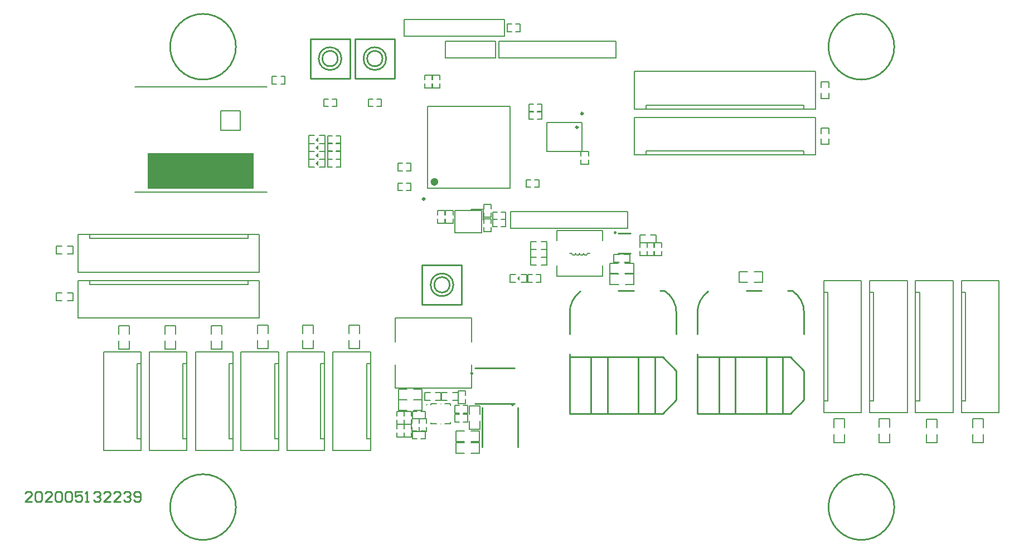
<source format=gto>
G04*
G04 #@! TF.GenerationSoftware,Altium Limited,Altium Designer,20.0.2 (26)*
G04*
G04 Layer_Color=65535*
%FSLAX25Y25*%
%MOIN*%
G70*
G01*
G75*
%ADD10C,0.01000*%
%ADD11C,0.00787*%
%ADD12C,0.02362*%
%ADD13C,0.01181*%
%ADD14C,0.00591*%
%ADD15C,0.00600*%
%ADD16C,0.00394*%
%ADD17R,0.63386X0.21654*%
D10*
X610236Y177165D02*
G03*
X610236Y177165I-19685J0D01*
G01*
Y452756D02*
G03*
X610236Y452756I-19685J0D01*
G01*
X216535D02*
G03*
X216535Y452756I-19685J0D01*
G01*
Y177165D02*
G03*
X216535Y177165I-19685J0D01*
G01*
X498912Y306170D02*
G03*
X492520Y293457I8963J-12470D01*
G01*
X556299D02*
G03*
X549189Y306656I-15354J243D01*
G01*
X382509Y238504D02*
G03*
X382509Y238504I-500J0D01*
G01*
X358059Y257206D02*
G03*
X358059Y257206I-500J0D01*
G01*
X344374Y310237D02*
G03*
X344374Y310237I-4610J0D01*
G01*
X346565D02*
G03*
X346565Y310237I-6801J0D01*
G01*
X443819Y341539D02*
G03*
X443819Y341539I-500J0D01*
G01*
X422534Y306170D02*
G03*
X416142Y293457I8963J-12470D01*
G01*
X479921D02*
G03*
X472811Y306656I-15354J243D01*
G01*
X279636Y445669D02*
G03*
X279636Y445669I-6801J0D01*
G01*
X277445D02*
G03*
X277445Y445669I-4610J0D01*
G01*
X304216D02*
G03*
X304216Y445669I-4610J0D01*
G01*
X306407D02*
G03*
X306407Y445669I-6801J0D01*
G01*
X492520Y266929D02*
X548032D01*
X556299Y258661D01*
Y241339D02*
Y258661D01*
X548031Y233071D02*
X556299Y241339D01*
X492520Y233071D02*
X548031D01*
X492520Y266929D02*
Y268898D01*
Y280709D02*
Y293668D01*
X546457Y306693D02*
X549189D01*
X556299Y280709D02*
Y293457D01*
X521654Y306693D02*
X530709D01*
X492520Y233071D02*
Y266929D01*
X543504Y233071D02*
Y266929D01*
X533661Y233071D02*
Y266929D01*
X515158Y233071D02*
Y266929D01*
X505315Y233071D02*
Y266929D01*
X385109Y213004D02*
Y236604D01*
X363809Y213004D02*
Y236604D01*
X359459Y260306D02*
X383059D01*
X359459Y239006D02*
X383059D01*
X351575Y298425D02*
Y322047D01*
X327953Y298425D02*
Y322047D01*
Y298425D02*
X351575D01*
X327953Y322047D02*
X351575D01*
X445276Y341142D02*
X452362D01*
X445276Y328937D02*
X452362D01*
X416142Y266929D02*
X471654D01*
X479921Y258661D01*
Y241339D02*
Y258661D01*
X471653Y233071D02*
X479921Y241339D01*
X416142Y233071D02*
X471653D01*
X416142Y266929D02*
Y268898D01*
Y280709D02*
Y293668D01*
X470079Y306693D02*
X472811D01*
X479921Y280709D02*
Y293457D01*
X445276Y306693D02*
X454331D01*
X416142Y233071D02*
Y266929D01*
X467126Y233071D02*
Y266929D01*
X457283Y233071D02*
Y266929D01*
X438779Y233071D02*
Y266929D01*
X428937Y233071D02*
Y266929D01*
X284646Y433858D02*
Y457480D01*
X261024Y433858D02*
Y457480D01*
X284646D01*
X261024Y433858D02*
X284646D01*
X287795Y457480D02*
X311417D01*
X287795Y433858D02*
X311417D01*
Y457480D01*
X287795Y433858D02*
Y457480D01*
X94550Y180315D02*
X90551D01*
X94550Y184314D01*
Y185313D01*
X93550Y186313D01*
X91551D01*
X90551Y185313D01*
X96549D02*
X97549Y186313D01*
X99548D01*
X100548Y185313D01*
Y181315D01*
X99548Y180315D01*
X97549D01*
X96549Y181315D01*
Y185313D01*
X106546Y180315D02*
X102547D01*
X106546Y184314D01*
Y185313D01*
X105546Y186313D01*
X103547D01*
X102547Y185313D01*
X108545D02*
X109545Y186313D01*
X111544D01*
X112544Y185313D01*
Y181315D01*
X111544Y180315D01*
X109545D01*
X108545Y181315D01*
Y185313D01*
X114543D02*
X115543Y186313D01*
X117543D01*
X118542Y185313D01*
Y181315D01*
X117543Y180315D01*
X115543D01*
X114543Y181315D01*
Y185313D01*
X124540Y186313D02*
X120542D01*
Y183314D01*
X122541Y184314D01*
X123540D01*
X124540Y183314D01*
Y181315D01*
X123540Y180315D01*
X121541D01*
X120542Y181315D01*
X126540Y180315D02*
X128539D01*
X127539D01*
Y186313D01*
X126540Y185313D01*
X131538D02*
X132538Y186313D01*
X134537D01*
X135537Y185313D01*
Y184314D01*
X134537Y183314D01*
X133537D01*
X134537D01*
X135537Y182314D01*
Y181315D01*
X134537Y180315D01*
X132538D01*
X131538Y181315D01*
X141535Y180315D02*
X137536D01*
X141535Y184314D01*
Y185313D01*
X140535Y186313D01*
X138536D01*
X137536Y185313D01*
X147533Y180315D02*
X143534D01*
X147533Y184314D01*
Y185313D01*
X146533Y186313D01*
X144534D01*
X143534Y185313D01*
X149532D02*
X150532Y186313D01*
X152531D01*
X153531Y185313D01*
Y184314D01*
X152531Y183314D01*
X151531D01*
X152531D01*
X153531Y182314D01*
Y181315D01*
X152531Y180315D01*
X150532D01*
X149532Y181315D01*
X155530D02*
X156530Y180315D01*
X158529D01*
X159529Y181315D01*
Y185313D01*
X158529Y186313D01*
X156530D01*
X155530Y185313D01*
Y184314D01*
X156530Y183314D01*
X159529D01*
D11*
X419685Y329134D02*
G03*
X422047Y329134I1181J0D01*
G01*
X422047D02*
G03*
X424409Y329134I1181J0D01*
G01*
D02*
G03*
X426772Y329134I1181J0D01*
G01*
X417323D02*
G03*
X419685Y329134I1181J0D01*
G01*
X347343Y233563D02*
Y238091D01*
X355020Y233563D02*
Y238091D01*
X347343Y233563D02*
X350000D01*
X352362D02*
X355020D01*
X347343Y238091D02*
X350000D01*
X352362D02*
X355020D01*
X245964Y430413D02*
Y434941D01*
X238287Y430413D02*
Y434941D01*
X243307D02*
X245964D01*
X238287D02*
X240945D01*
X243307Y430413D02*
X245964D01*
X238287D02*
X240945D01*
X574016Y215748D02*
X580315D01*
X574016D02*
Y220866D01*
X580315Y215748D02*
Y220866D01*
X574016Y224803D02*
Y229921D01*
X580315Y224803D02*
Y229921D01*
X574016D02*
X580315D01*
X601181Y215879D02*
X607480D01*
X601181D02*
Y220997D01*
X607480Y215879D02*
Y220997D01*
X601181Y224934D02*
Y230052D01*
X607480Y224934D02*
Y230052D01*
X601181D02*
X607480D01*
X329626Y435728D02*
X334154D01*
X329626Y428051D02*
X334154D01*
X329626Y433071D02*
Y435728D01*
Y428051D02*
Y430709D01*
X334154Y433071D02*
Y435728D01*
Y428051D02*
Y430709D01*
X313484Y366634D02*
Y371162D01*
X321162Y366634D02*
Y371162D01*
X313484Y366634D02*
X316142D01*
X318504D02*
X321162D01*
X313484Y371162D02*
X316142D01*
X318504D02*
X321162D01*
X399508Y413878D02*
Y418405D01*
X391830Y413878D02*
Y418405D01*
X396850D02*
X399508D01*
X391830D02*
X394488D01*
X396850Y413878D02*
X399508D01*
X391830D02*
X394488D01*
X370276Y344980D02*
Y349508D01*
X377953Y344980D02*
Y349508D01*
X370276Y344980D02*
X372933D01*
X375295D02*
X377953D01*
X370276Y349508D02*
X372933D01*
X375295D02*
X377953D01*
X397933Y368602D02*
Y373130D01*
X390256Y368602D02*
Y373130D01*
X395275D02*
X397933D01*
X390256D02*
X392913D01*
X395275Y368602D02*
X397933D01*
X390256D02*
X392913D01*
X337106Y346949D02*
X341634D01*
X337106Y354626D02*
X341634D01*
Y346949D02*
Y349606D01*
Y351969D02*
Y354626D01*
X337106Y346949D02*
Y349606D01*
Y351969D02*
Y354626D01*
X629528Y215617D02*
X635827D01*
X629528D02*
Y220735D01*
X635827Y215617D02*
Y220735D01*
X629528Y224672D02*
Y229790D01*
X635827Y224672D02*
Y229790D01*
X629528D02*
X635827D01*
X657087Y215748D02*
X663386D01*
X657087D02*
Y220866D01*
X663386Y215748D02*
Y220866D01*
X657087Y224803D02*
Y229921D01*
X663386Y224803D02*
Y229921D01*
X657087D02*
X663386D01*
X146457Y285827D02*
X152756D01*
Y280709D02*
Y285827D01*
X146457Y280709D02*
Y285827D01*
X152756Y271654D02*
Y276772D01*
X146457Y271654D02*
Y276772D01*
Y271654D02*
X152756D01*
X174213Y285827D02*
X180512D01*
Y280709D02*
Y285827D01*
X174213Y280709D02*
Y285827D01*
X180512Y271654D02*
Y276772D01*
X174213Y271654D02*
Y276772D01*
Y271654D02*
X180512D01*
X201969Y285827D02*
X208268D01*
Y280709D02*
Y285827D01*
X201969Y280709D02*
Y285827D01*
X208268Y271654D02*
Y276772D01*
X201969Y271654D02*
Y276772D01*
Y271654D02*
X208268D01*
X229528Y286221D02*
X235827D01*
Y281102D02*
Y286221D01*
X229528Y281102D02*
Y286221D01*
X235827Y272047D02*
Y277165D01*
X229528Y272047D02*
Y277165D01*
Y272047D02*
X235827D01*
X256496Y286221D02*
X262795D01*
Y281102D02*
Y286221D01*
X256496Y281102D02*
Y286221D01*
X262795Y272047D02*
Y277165D01*
X256496Y272047D02*
Y277165D01*
Y272047D02*
X262795D01*
X284252Y286221D02*
X290551D01*
Y281102D02*
Y286221D01*
X284252Y281102D02*
Y286221D01*
X290551Y272047D02*
Y277165D01*
X284252Y272047D02*
Y277165D01*
Y272047D02*
X290551D01*
X364666Y358563D02*
X369193D01*
X364666Y350886D02*
X369193D01*
X364666Y355905D02*
Y358563D01*
Y350886D02*
Y353543D01*
X369193Y355905D02*
Y358563D01*
Y350886D02*
Y353543D01*
X378839Y461910D02*
Y466437D01*
X386516Y461910D02*
Y466437D01*
X378839Y461910D02*
X381496D01*
X383858D02*
X386516D01*
X378839Y466437D02*
X381496D01*
X383858D02*
X386516D01*
X348031Y209449D02*
Y215748D01*
X353150D01*
X348031Y209449D02*
X353150D01*
X357087Y215748D02*
X362205D01*
X357087Y209449D02*
X362205D01*
Y215748D01*
X348016Y216398D02*
Y222697D01*
X353134D01*
X348016Y216398D02*
X353134D01*
X357071Y222697D02*
X362189D01*
X357071Y216398D02*
X362189D01*
Y222697D01*
X329331Y240945D02*
X332677Y240945D01*
X329331Y240945D02*
Y245669D01*
X332677Y245669D01*
X335827Y240945D02*
X339173D01*
Y245669D01*
X335827D02*
X339173D01*
X339567Y240945D02*
X342913Y240945D01*
X339567Y240945D02*
Y245669D01*
X342913Y245669D01*
X346063Y240945D02*
X349410D01*
Y245669D01*
X346063D02*
X349410D01*
X399508Y409547D02*
Y414075D01*
X391830Y409547D02*
Y414075D01*
X396850D02*
X399508D01*
X391830D02*
X394488D01*
X396850Y409547D02*
X399508D01*
X391830D02*
X394488D01*
X333957Y435728D02*
X338485D01*
X333957Y428051D02*
X338485D01*
X333957Y433071D02*
Y435728D01*
Y428051D02*
Y430709D01*
X338485Y433071D02*
Y435728D01*
Y428051D02*
Y430709D01*
X329823Y230019D02*
Y234547D01*
X322146Y230019D02*
Y234547D01*
X327165D02*
X329823D01*
X322146D02*
X324803D01*
X327165Y230019D02*
X329823D01*
X322146D02*
X324803D01*
X517323Y311811D02*
Y318110D01*
X522441D01*
X517323Y311811D02*
X522441D01*
X526378Y318110D02*
X531496D01*
X526378Y311811D02*
X531496D01*
Y318110D01*
X356299Y223622D02*
X362598D01*
X356299D02*
Y228740D01*
X362598Y223622D02*
Y228740D01*
X356299Y232677D02*
Y237795D01*
X362598Y232677D02*
Y237795D01*
X356299D02*
X362598D01*
X317028Y226673D02*
X321555D01*
X317028Y218996D02*
X321555D01*
X317028Y224016D02*
Y226673D01*
Y218996D02*
Y221653D01*
X321555Y224016D02*
Y226673D01*
Y218996D02*
Y221653D01*
X313705Y241535D02*
Y247835D01*
X318823D01*
X313705Y241535D02*
X318823D01*
X322760Y247835D02*
X327878D01*
X322760Y241535D02*
X327878D01*
Y247835D01*
X313779Y235039D02*
Y241339D01*
X318898D01*
X313779Y235039D02*
X318898D01*
X322835Y241339D02*
X327953D01*
X322835Y235039D02*
X327953D01*
Y241339D01*
X364666Y349901D02*
X369193D01*
X364666Y342224D02*
X369193D01*
X364666Y347244D02*
Y349901D01*
Y342224D02*
Y344882D01*
X369193Y347244D02*
Y349901D01*
Y342224D02*
Y344882D01*
X341831Y354626D02*
X346359D01*
X341831Y346949D02*
X346359D01*
X341831Y351968D02*
Y354626D01*
Y346949D02*
Y349606D01*
X346359Y351968D02*
Y354626D01*
Y346949D02*
Y349606D01*
X321752Y230216D02*
X326280D01*
X321752Y222539D02*
X326280D01*
X321752Y227559D02*
Y230216D01*
Y222539D02*
Y225197D01*
X326280Y227559D02*
Y230216D01*
Y222539D02*
Y225197D01*
X326083Y230216D02*
X330611D01*
X326083Y222539D02*
X330611D01*
X326083Y227559D02*
Y230216D01*
Y222539D02*
Y225197D01*
X330611Y227559D02*
Y230216D01*
Y222539D02*
Y225197D01*
X422933Y382382D02*
X427460D01*
X422933Y390059D02*
X427460D01*
Y382382D02*
Y385039D01*
Y387402D02*
Y390059D01*
X422933Y382382D02*
Y385039D01*
Y387402D02*
Y390059D01*
X458071Y335433D02*
X461417Y335433D01*
X458071Y335433D02*
Y340158D01*
X461417Y340158D01*
X464567Y335433D02*
X467913D01*
Y340158D01*
X464567D02*
X467913D01*
X454445Y310291D02*
Y316591D01*
X449327Y310291D02*
X454445D01*
X449327Y316591D02*
X454445D01*
X440272Y310291D02*
X445390D01*
X440272Y316591D02*
X445390D01*
X440272Y310291D02*
Y316591D01*
X454331Y316929D02*
Y323228D01*
X449213Y316929D02*
X454331D01*
X449213Y323228D02*
X454331D01*
X440158Y316929D02*
X445276D01*
X440158Y323228D02*
X445276D01*
X440158Y316929D02*
Y323228D01*
X448819Y328346D02*
X452165Y328346D01*
Y323622D02*
Y328346D01*
X448819Y323622D02*
X452165Y323622D01*
X442323Y328346D02*
X445669D01*
X442323Y323622D02*
Y328346D01*
Y323622D02*
X445669D01*
X466634Y335334D02*
X471162D01*
X466634Y327657D02*
X471162D01*
X466634Y332677D02*
Y335334D01*
Y327657D02*
Y330315D01*
X471162Y332677D02*
Y335334D01*
Y327657D02*
Y330315D01*
X399213Y336221D02*
X402559Y336221D01*
Y331496D02*
Y336221D01*
X399213Y331496D02*
X402559Y331496D01*
X392717Y336221D02*
X396063D01*
X392717Y331496D02*
Y336221D01*
Y331496D02*
X396063D01*
X399213Y331496D02*
X402559Y331496D01*
Y326772D02*
Y331496D01*
X399213Y326772D02*
X402559Y326772D01*
X392717Y331496D02*
X396063D01*
X392717Y326772D02*
Y331496D01*
Y326772D02*
X396063D01*
X399213Y326772D02*
X402559Y326772D01*
Y322047D02*
Y326772D01*
X399213Y322047D02*
X402559Y322047D01*
X392717Y326772D02*
X396063D01*
X392717Y322047D02*
Y326772D01*
Y322047D02*
X396063D01*
X568110Y240748D02*
Y305709D01*
Y312598D01*
Y233858D02*
Y240748D01*
X570472D01*
Y305709D01*
X570472Y305709D02*
X570472Y305709D01*
X568110Y305709D02*
X570472D01*
X568110Y233858D02*
X590551D01*
X568110Y312598D02*
X590551D01*
Y233858D02*
Y312598D01*
X595538Y240748D02*
Y305709D01*
Y312598D01*
Y233858D02*
Y240748D01*
X597900D01*
Y305709D01*
X597900Y305709D02*
X597900Y305709D01*
X595538Y305709D02*
X597900D01*
X595538Y233858D02*
X617979D01*
X595538Y312598D02*
X617979D01*
Y233858D02*
Y312598D01*
X122264Y317850D02*
X230532D01*
Y340291D01*
X122264Y317850D02*
Y340291D01*
X223642Y337929D02*
Y340291D01*
X223642Y337929D02*
X223642Y337929D01*
X129154Y337929D02*
X223642D01*
X129154D02*
Y340291D01*
X122264D02*
X129154D01*
X223642D02*
X230532D01*
X129154D02*
X223642D01*
X122264Y290358D02*
X230532D01*
Y312799D01*
X122264Y290358D02*
Y312799D01*
X223642Y310437D02*
Y312799D01*
X223642Y310437D02*
X223642Y310437D01*
X129154Y310437D02*
X223642D01*
X129154D02*
Y312799D01*
X122264D02*
X129154D01*
X223642D02*
X230532D01*
X129154D02*
X223642D01*
X622966Y240748D02*
Y305709D01*
Y312598D01*
Y233858D02*
Y240748D01*
X625328D01*
Y305709D01*
X625328Y305709D02*
X625328Y305709D01*
X622966Y305709D02*
X625328D01*
X622966Y233858D02*
X645407D01*
X622966Y312598D02*
X645407D01*
Y233858D02*
Y312598D01*
X650394Y240748D02*
Y305709D01*
Y312598D01*
Y233858D02*
Y240748D01*
X652756D01*
Y305709D01*
X652756Y305709D02*
X652756Y305709D01*
X650394Y305709D02*
X652756D01*
X650394Y233858D02*
X672835D01*
X650394Y312598D02*
X672835D01*
Y233858D02*
Y312598D01*
X454882Y437988D02*
X563150D01*
X454882Y415547D02*
Y437988D01*
X563150Y415547D02*
Y437988D01*
X461772Y415547D02*
Y417909D01*
X461772Y417909D01*
X556260D01*
Y415547D02*
Y417909D01*
Y415547D02*
X563150D01*
X454882D02*
X461772D01*
X556260D01*
X454882Y410496D02*
X563150D01*
X454882Y388055D02*
Y410496D01*
X563150Y388055D02*
Y410496D01*
X461772Y388055D02*
Y390417D01*
X461772Y390417D01*
X556260D01*
Y388055D02*
Y390417D01*
Y388055D02*
X563150D01*
X454882D02*
X461772D01*
X556260D01*
X159776Y217913D02*
Y263189D01*
X137335Y211024D02*
Y270079D01*
Y211024D02*
X159776D01*
X137335Y270079D02*
X159776D01*
X157413Y217913D02*
X159776D01*
X157413Y217913D02*
X157413Y217913D01*
X157413Y217913D02*
Y263189D01*
X159776D01*
Y270079D01*
Y211024D02*
Y217913D01*
X187268D02*
Y263189D01*
X164827Y211024D02*
Y270079D01*
Y211024D02*
X187268D01*
X164827Y270079D02*
X187268D01*
X184906Y217913D02*
X187268D01*
X184906Y217913D02*
X184906Y217913D01*
X184906Y217913D02*
Y263189D01*
X187268D01*
Y270079D01*
Y211024D02*
Y217913D01*
X214760D02*
Y263189D01*
X192319Y211024D02*
Y270079D01*
Y211024D02*
X214760D01*
X192319Y270079D02*
X214760D01*
X212398Y217913D02*
X214760D01*
X212398Y217913D02*
X212398Y217913D01*
X212398Y217913D02*
Y263189D01*
X214760D01*
Y270079D01*
Y211024D02*
Y217913D01*
X242059Y217913D02*
Y263189D01*
X219618Y211024D02*
Y270079D01*
Y211024D02*
X242059D01*
X219618Y270079D02*
X242059D01*
X239697Y217913D02*
X242059D01*
X239697Y217913D02*
X239697Y217913D01*
X239697Y217913D02*
Y263189D01*
X242059D01*
Y270079D01*
Y211024D02*
Y217913D01*
X341693Y446181D02*
Y456181D01*
Y446181D02*
X371693D01*
Y456181D01*
X341693D02*
X371693D01*
X269551Y217913D02*
Y263189D01*
X247110Y211024D02*
Y270079D01*
Y211024D02*
X269551D01*
X247110Y270079D02*
X269551D01*
X267189Y217913D02*
X269551D01*
X267189Y217913D02*
X267189Y217913D01*
X267189Y217913D02*
Y263189D01*
X269551D01*
Y270079D01*
Y211024D02*
Y217913D01*
X297043D02*
Y263189D01*
X274602Y211024D02*
Y270079D01*
Y211024D02*
X297043D01*
X274602Y270079D02*
X297043D01*
X294681Y217913D02*
X297043D01*
X294681Y217913D02*
X294681Y217913D01*
X294681Y217913D02*
Y263189D01*
X297043D01*
Y270079D01*
Y211024D02*
Y217913D01*
X317244Y459173D02*
Y469173D01*
Y459173D02*
X377244D01*
Y469173D01*
X317244D02*
X377244D01*
X416043Y329134D02*
X417323D01*
X426772D02*
X428051D01*
X408366Y336614D02*
Y342815D01*
X435728Y342815D01*
Y336614D02*
Y342815D01*
X408366Y315453D02*
Y321654D01*
Y315453D02*
X435728D01*
Y321654D01*
X156299Y428740D02*
X235039D01*
X156299Y365748D02*
X235039D01*
X207480Y402756D02*
Y414567D01*
Y402756D02*
X219291D01*
Y414567D01*
X207480D02*
X219291D01*
X370276Y349311D02*
Y353839D01*
X377953Y349311D02*
Y353839D01*
X370276Y349311D02*
X372933D01*
X375295D02*
X377953D01*
X370276Y353839D02*
X372933D01*
X375295D02*
X377953D01*
X347343Y228051D02*
Y232579D01*
X355020Y228051D02*
Y232579D01*
X347343Y228051D02*
X350000D01*
X352362D02*
X355020D01*
X347343Y232579D02*
X350000D01*
X352362D02*
X355020D01*
X317027Y226870D02*
X321555D01*
X317027Y234547D02*
X321555D01*
Y226870D02*
Y229528D01*
Y231890D02*
Y234547D01*
X317027Y226870D02*
Y229528D01*
Y231890D02*
Y234547D01*
X312697Y226870D02*
X317224D01*
X312697Y234547D02*
X317224D01*
Y226870D02*
Y229528D01*
Y231890D02*
Y234547D01*
X312697Y226870D02*
Y229528D01*
Y231890D02*
Y234547D01*
X312697Y226673D02*
X317225D01*
X312697Y218996D02*
X317225D01*
X312697Y224016D02*
Y226673D01*
Y218996D02*
Y221653D01*
X317225Y224016D02*
Y226673D01*
Y218996D02*
Y221653D01*
X349311Y246752D02*
X353839D01*
X349311Y239075D02*
X353839D01*
X349311Y244094D02*
Y246752D01*
Y239075D02*
Y241732D01*
X353839Y244094D02*
Y246752D01*
Y239075D02*
Y241732D01*
X329823Y218208D02*
Y222736D01*
X322146Y218208D02*
Y222736D01*
X327165D02*
X329823D01*
X322146D02*
X324803D01*
X327165Y218208D02*
X329823D01*
X322146D02*
X324803D01*
X313484Y378445D02*
Y382973D01*
X321162Y378445D02*
Y382973D01*
X313484Y378445D02*
X316142D01*
X318504D02*
X321162D01*
X313484Y382973D02*
X316142D01*
X318504D02*
X321162D01*
X462303Y335334D02*
X466831D01*
X462303Y327657D02*
X466831D01*
X462303Y332677D02*
Y335334D01*
Y327657D02*
Y330315D01*
X466831Y332677D02*
Y335334D01*
Y327657D02*
Y330315D01*
X457972Y327658D02*
X462500D01*
X457972Y335335D02*
X462500D01*
Y327658D02*
Y330315D01*
Y332677D02*
Y335335D01*
X457972Y327658D02*
Y330315D01*
Y332677D02*
Y335335D01*
X331299Y367913D02*
Y417126D01*
Y367913D02*
X380512D01*
Y417126D01*
X331299D02*
X380512D01*
X387008Y316535D02*
X390354Y316535D01*
Y311811D02*
Y316535D01*
X387008Y311811D02*
X390354Y311811D01*
X380512Y311811D02*
X383858Y311811D01*
X380512Y311811D02*
Y316535D01*
X383858Y316535D01*
X391043Y311910D02*
Y316437D01*
X398721Y311910D02*
Y316437D01*
X391043Y311910D02*
X393701D01*
X396063D02*
X398721D01*
X391043Y316437D02*
X393701D01*
X396063D02*
X398721D01*
X266535Y385433D02*
X269882Y385433D01*
Y380709D02*
Y385433D01*
X266535Y380709D02*
X269882Y380709D01*
X260039Y380709D02*
X263386Y380709D01*
X260039Y380709D02*
Y385433D01*
X263386Y385433D01*
X266535Y390158D02*
X269882Y390158D01*
Y385433D02*
Y390158D01*
X266535Y385433D02*
X269882Y385433D01*
X260039Y385433D02*
X263386Y385433D01*
X260039Y385433D02*
Y390158D01*
X263386Y390158D01*
X266535Y394882D02*
X269882Y394882D01*
Y390158D02*
Y394882D01*
X266535Y390158D02*
X269882Y390158D01*
X260039Y390158D02*
X263386Y390158D01*
X260039Y390158D02*
Y394882D01*
X263386Y394882D01*
X266535Y399606D02*
X269882Y399606D01*
Y394882D02*
Y399606D01*
X266535Y394882D02*
X269882Y394882D01*
X260039Y394882D02*
X263386Y394882D01*
X260039Y394882D02*
Y399606D01*
X263386Y399606D01*
X373661Y456181D02*
X443661D01*
Y446181D02*
Y456181D01*
X373661Y446181D02*
X443661D01*
X373661D02*
Y456181D01*
X271358Y380807D02*
Y385335D01*
X279036Y380807D02*
Y385335D01*
X271358Y380807D02*
X274016D01*
X276378D02*
X279036D01*
X271358Y385335D02*
X274016D01*
X276378D02*
X279036D01*
X271358Y385532D02*
Y390059D01*
X279036Y385532D02*
Y390059D01*
X271358Y385532D02*
X274016D01*
X276378D02*
X279036D01*
X271358Y390059D02*
X274016D01*
X276378D02*
X279036D01*
X271358Y390256D02*
Y394784D01*
X279036Y390256D02*
Y394784D01*
X271358Y390256D02*
X274016D01*
X276378D02*
X279036D01*
X271358Y394784D02*
X274016D01*
X276378D02*
X279036D01*
X271358Y394981D02*
Y399508D01*
X279036Y394981D02*
Y399508D01*
X271358Y394981D02*
X274016D01*
X276378D02*
X279036D01*
X271358Y399508D02*
X274016D01*
X276378D02*
X279036D01*
X380748Y344213D02*
X450748D01*
X380748D02*
Y354213D01*
X450748D01*
Y344213D02*
Y354213D01*
X295768Y417028D02*
Y421555D01*
X303445Y417028D02*
Y421555D01*
X295768Y417028D02*
X298425D01*
X300788D02*
X303445D01*
X295768Y421555D02*
X298425D01*
X300788D02*
X303445D01*
X276673Y417027D02*
Y421555D01*
X268996Y417027D02*
Y421555D01*
X274016D02*
X276673D01*
X268996D02*
X271653D01*
X274016Y417027D02*
X276673D01*
X268996D02*
X271653D01*
X115748Y333465D02*
X119095Y333465D01*
Y328740D02*
Y333465D01*
X115748Y328740D02*
X119095Y328740D01*
X109252Y333465D02*
X112598D01*
X109252Y328740D02*
Y333465D01*
Y328740D02*
X112598D01*
X115748Y305512D02*
X119095Y305512D01*
Y300787D02*
Y305512D01*
X115748Y300787D02*
X119095Y300787D01*
X109252Y305512D02*
X112598D01*
X109252Y300787D02*
Y305512D01*
Y300787D02*
X112598D01*
X571260Y425197D02*
X571260Y421850D01*
X566535D02*
X571260D01*
X566535D02*
X566536Y425197D01*
X571260Y428346D02*
Y431693D01*
X566535D02*
X571260D01*
X566535Y428346D02*
Y431693D01*
X571260Y397638D02*
X571260Y394291D01*
X566535D02*
X571260D01*
X566535D02*
X566536Y397638D01*
X571260Y400787D02*
Y404134D01*
X566535D02*
X571260D01*
X566535Y400787D02*
Y404134D01*
D12*
X335236Y373030D02*
G03*
X335256Y373030I10J-1181D01*
G01*
D13*
X328805Y362220D02*
G03*
X328816Y362220I5J-591D01*
G01*
X421083Y404563D02*
G03*
X421083Y404563I-591J0D01*
G01*
X424063Y412765D02*
G03*
X424063Y412765I-591J0D01*
G01*
D14*
X330700Y238555D02*
G03*
X330700Y238555I-218J0D01*
G01*
X333077Y227150D02*
X336427D01*
X338979D02*
X338986D01*
X341538D02*
X344888D01*
X341538Y238961D02*
X344888D01*
X338979D02*
X338986D01*
X333077D02*
X336427D01*
X333077Y227150D02*
Y227744D01*
Y238367D02*
Y238961D01*
X344888Y227150D02*
Y227961D01*
Y238151D02*
Y238961D01*
D15*
X357583Y248322D02*
Y262550D01*
X311708Y248322D02*
X357583D01*
X311708D02*
Y262550D01*
X357583Y276033D02*
Y290261D01*
X311708D02*
X357583D01*
X311708Y276033D02*
Y290261D01*
X423587Y390113D02*
Y407525D01*
X402397Y390113D02*
X423587D01*
X402397D02*
Y407525D01*
X423587D01*
X363498Y341422D02*
Y354640D01*
X347525Y341422D02*
X363498D01*
X347525D02*
Y354640D01*
X363498D01*
X364398Y349015D02*
Y355540D01*
X357087D02*
X364398D01*
D16*
X384744Y314173D02*
X385925Y312992D01*
X384744Y314173D02*
X385925Y315354D01*
Y312992D02*
Y315354D01*
X385630Y313386D02*
Y314764D01*
X385039Y314173D02*
X385630Y314764D01*
X385335Y313681D02*
Y314173D01*
X264272Y383071D02*
X265453Y381890D01*
X264272Y383071D02*
X265453Y384252D01*
Y381890D02*
Y384252D01*
X265158Y382283D02*
Y383661D01*
X264567Y383071D02*
X265158Y383661D01*
X264862Y382579D02*
Y383071D01*
X264272Y387795D02*
X265453Y386614D01*
X264272Y387795D02*
X265453Y388976D01*
Y386614D02*
Y388976D01*
X265158Y387008D02*
Y388386D01*
X264567Y387795D02*
X265158Y388386D01*
X264862Y387303D02*
Y387795D01*
X264272Y392520D02*
X265453Y391339D01*
X264272Y392520D02*
X265453Y393701D01*
Y391339D02*
Y393701D01*
X265158Y391732D02*
Y393110D01*
X264567Y392520D02*
X265158Y393110D01*
X264862Y392028D02*
Y392520D01*
X264272Y397244D02*
X265453Y396063D01*
X264272Y397244D02*
X265453Y398425D01*
Y396063D02*
Y398425D01*
X265158Y396457D02*
Y397835D01*
X264567Y397244D02*
X265158Y397835D01*
X264862Y396752D02*
Y397244D01*
D17*
X195473Y378543D02*
D03*
M02*

</source>
